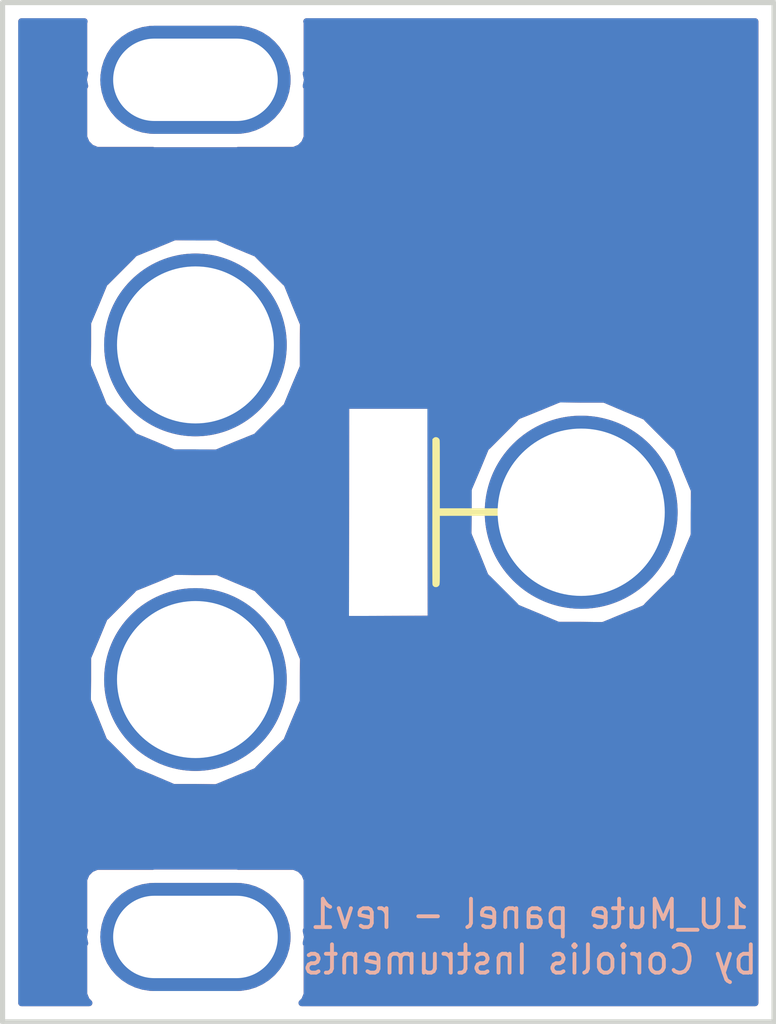
<source format=kicad_pcb>
(kicad_pcb (version 20171130) (host pcbnew "(5.0.0)")

  (general
    (thickness 1.6)
    (drawings 5)
    (tracks 0)
    (zones 0)
    (modules 6)
    (nets 1)
  )

  (page A4)
  (layers
    (0 F.Cu signal)
    (31 B.Cu signal)
    (32 B.Adhes user)
    (33 F.Adhes user)
    (34 B.Paste user)
    (35 F.Paste user)
    (36 B.SilkS user)
    (37 F.SilkS user)
    (38 B.Mask user)
    (39 F.Mask user)
    (40 Dwgs.User user)
    (41 Cmts.User user)
    (42 Eco1.User user)
    (43 Eco2.User user)
    (44 Edge.Cuts user)
    (45 Margin user)
    (46 B.CrtYd user)
    (47 F.CrtYd user)
    (48 B.Fab user)
    (49 F.Fab user)
  )

  (setup
    (last_trace_width 0.25)
    (trace_clearance 0.2)
    (zone_clearance 0.508)
    (zone_45_only no)
    (trace_min 0.2)
    (segment_width 0.2)
    (edge_width 0.15)
    (via_size 0.8)
    (via_drill 0.4)
    (via_min_size 0.4)
    (via_min_drill 0.3)
    (uvia_size 0.3)
    (uvia_drill 0.1)
    (uvias_allowed no)
    (uvia_min_size 0.2)
    (uvia_min_drill 0.1)
    (pcb_text_width 0.3)
    (pcb_text_size 1.5 1.5)
    (mod_edge_width 0.15)
    (mod_text_size 1 1)
    (mod_text_width 0.15)
    (pad_size 1.524 1.524)
    (pad_drill 0.762)
    (pad_to_mask_clearance 0.2)
    (aux_axis_origin 0 0)
    (visible_elements 7FFFFFFF)
    (pcbplotparams
      (layerselection 0x010fc_ffffffff)
      (usegerberextensions false)
      (usegerberattributes false)
      (usegerberadvancedattributes false)
      (creategerberjobfile false)
      (excludeedgelayer true)
      (linewidth 0.100000)
      (plotframeref false)
      (viasonmask false)
      (mode 1)
      (useauxorigin false)
      (hpglpennumber 1)
      (hpglpenspeed 20)
      (hpglpendiameter 15.000000)
      (psnegative false)
      (psa4output false)
      (plotreference true)
      (plotvalue true)
      (plotinvisibletext false)
      (padsonsilk false)
      (subtractmaskfromsilk false)
      (outputformat 1)
      (mirror false)
      (drillshape 0)
      (scaleselection 1)
      (outputdirectory "gerbers/"))
  )

  (net 0 "")

  (net_class Default "Dit is de standaard class."
    (clearance 0.2)
    (trace_width 0.25)
    (via_dia 0.8)
    (via_drill 0.4)
    (uvia_dia 0.3)
    (uvia_drill 0.1)
  )

  (module Coriolis-KiCad:art_panel_1umute (layer F.Cu) (tedit 5B788F70) (tstamp 5B8B258E)
    (at 17.75 13.28)
    (fp_text reference G*** (at 0 0) (layer F.SilkS) hide
      (effects (font (size 1.524 1.524) (thickness 0.3)))
    )
    (fp_text value LOGO (at 0.75 0) (layer F.SilkS) hide
      (effects (font (size 1.524 1.524) (thickness 0.3)))
    )
    (fp_poly (pts (xy 3.965005 -11.487624) (xy 3.982069 -11.467195) (xy 3.988606 -11.446036) (xy 3.987348 -11.414621)
      (xy 3.98696 -11.411092) (xy 3.985161 -11.392599) (xy 3.983176 -11.376926) (xy 3.979368 -11.363841)
      (xy 3.9721 -11.35311) (xy 3.959734 -11.344501) (xy 3.940635 -11.337783) (xy 3.913164 -11.332721)
      (xy 3.875684 -11.329085) (xy 3.826558 -11.32664) (xy 3.764149 -11.325155) (xy 3.68682 -11.324398)
      (xy 3.592933 -11.324135) (xy 3.480852 -11.324135) (xy 3.374911 -11.324167) (xy 2.815167 -11.324167)
      (xy 2.815167 -10.276417) (xy 3.683962 -10.276417) (xy 3.70994 -10.25044) (xy 3.72964 -10.221767)
      (xy 3.735889 -10.184582) (xy 3.735917 -10.181167) (xy 3.730533 -10.14295) (xy 3.711972 -10.113972)
      (xy 3.70994 -10.111894) (xy 3.683962 -10.085917) (xy 2.815167 -10.085917) (xy 2.815167 -9.04875)
      (xy 3.937962 -9.04875) (xy 3.965225 -9.021487) (xy 3.982157 -9.001151) (xy 3.988619 -8.979949)
      (xy 3.987314 -8.948387) (xy 3.98696 -8.945176) (xy 3.985466 -8.928266) (xy 3.984089 -8.913694)
      (xy 3.98135 -8.901288) (xy 3.97577 -8.890874) (xy 3.965871 -8.882279) (xy 3.950175 -8.87533)
      (xy 3.927204 -8.869852) (xy 3.895479 -8.865674) (xy 3.853521 -8.862621) (xy 3.799854 -8.860521)
      (xy 3.732997 -8.859201) (xy 3.651474 -8.858487) (xy 3.553804 -8.858205) (xy 3.438512 -8.858183)
      (xy 3.304117 -8.858247) (xy 3.245265 -8.858259) (xy 3.107585 -8.858272) (xy 2.989455 -8.85834)
      (xy 2.88926 -8.858514) (xy 2.805383 -8.858844) (xy 2.736208 -8.859379) (xy 2.68012 -8.86017)
      (xy 2.635502 -8.861265) (xy 2.600739 -8.862716) (xy 2.574214 -8.864571) (xy 2.55431 -8.866882)
      (xy 2.539413 -8.869697) (xy 2.527906 -8.873066) (xy 2.518173 -8.877041) (xy 2.510031 -8.880959)
      (xy 2.469462 -8.908959) (xy 2.436375 -8.945679) (xy 2.435948 -8.946321) (xy 2.407709 -8.988991)
      (xy 2.404927 -10.174124) (xy 2.402146 -11.359257) (xy 2.42473 -11.40591) (xy 2.455009 -11.449989)
      (xy 2.490232 -11.480969) (xy 2.533149 -11.509375) (xy 3.235335 -11.512242) (xy 3.937521 -11.515108)
      (xy 3.965005 -11.487624)) (layer F.Mask) (width 0.01))
    (fp_poly (pts (xy 2.187274 -11.489332) (xy 2.207704 -11.466424) (xy 2.215869 -11.438962) (xy 2.216727 -11.419417)
      (xy 2.213203 -11.385462) (xy 2.1997 -11.361489) (xy 2.187274 -11.349502) (xy 2.15782 -11.324167)
      (xy 1.439334 -11.324167) (xy 1.439101 -10.173229) (xy 1.439052 -9.992045) (xy 1.438969 -9.830814)
      (xy 1.438831 -9.688322) (xy 1.438618 -9.563355) (xy 1.438311 -9.454699) (xy 1.437888 -9.361141)
      (xy 1.437331 -9.281467) (xy 1.436618 -9.214464) (xy 1.43573 -9.158916) (xy 1.434646 -9.113611)
      (xy 1.433346 -9.077335) (xy 1.43181 -9.048873) (xy 1.430018 -9.027013) (xy 1.427949 -9.01054)
      (xy 1.425584 -8.998241) (xy 1.422902 -8.988901) (xy 1.419884 -8.981307) (xy 1.419269 -8.979958)
      (xy 1.388517 -8.931195) (xy 1.347939 -8.891676) (xy 1.308999 -8.869507) (xy 1.266755 -8.860449)
      (xy 1.21758 -8.859764) (xy 1.171595 -8.867054) (xy 1.148292 -8.875836) (xy 1.093971 -8.913491)
      (xy 1.055825 -8.961931) (xy 1.046586 -8.979958) (xy 1.043511 -8.987373) (xy 1.040775 -8.996333)
      (xy 1.038358 -9.008051) (xy 1.036241 -9.023742) (xy 1.034404 -9.044619) (xy 1.032825 -9.071895)
      (xy 1.031486 -9.106785) (xy 1.030366 -9.150501) (xy 1.029444 -9.204258) (xy 1.028702 -9.269269)
      (xy 1.028118 -9.346748) (xy 1.027673 -9.437908) (xy 1.027346 -9.543963) (xy 1.027118 -9.666127)
      (xy 1.026968 -9.805613) (xy 1.026876 -9.963635) (xy 1.026823 -10.141407) (xy 1.026816 -10.173229)
      (xy 1.026584 -11.324167) (xy 0.305955 -11.324167) (xy 0.279977 -11.350144) (xy 0.260277 -11.378817)
      (xy 0.254028 -11.416002) (xy 0.254 -11.419417) (xy 0.259384 -11.457634) (xy 0.277945 -11.486612)
      (xy 0.279977 -11.48869) (xy 0.305955 -11.514667) (xy 2.15782 -11.514667) (xy 2.187274 -11.489332)) (layer F.Mask) (width 0.01))
    (fp_poly (pts (xy -2.524315 -11.503794) (xy -2.472998 -11.47906) (xy -2.430121 -11.44089) (xy -2.399589 -11.390206)
      (xy -2.392299 -11.368817) (xy -2.390558 -11.351986) (xy -2.388962 -11.315684) (xy -2.387511 -11.261604)
      (xy -2.386206 -11.191442) (xy -2.385046 -11.106891) (xy -2.384031 -11.009648) (xy -2.383161 -10.901405)
      (xy -2.382436 -10.783858) (xy -2.381857 -10.658701) (xy -2.381422 -10.527628) (xy -2.381133 -10.392335)
      (xy -2.380989 -10.254515) (xy -2.380991 -10.115864) (xy -2.381137 -9.978076) (xy -2.381429 -9.842845)
      (xy -2.381866 -9.711865) (xy -2.382448 -9.586832) (xy -2.383175 -9.46944) (xy -2.384048 -9.361384)
      (xy -2.385066 -9.264357) (xy -2.386229 -9.180055) (xy -2.387537 -9.110173) (xy -2.38899 -9.056403)
      (xy -2.390588 -9.020442) (xy -2.392299 -9.0041) (xy -2.417261 -8.949594) (xy -2.455985 -8.907425)
      (xy -2.504613 -8.878199) (xy -2.559286 -8.862525) (xy -2.616146 -8.861013) (xy -2.671334 -8.874269)
      (xy -2.720991 -8.902904) (xy -2.760302 -8.946067) (xy -2.788708 -8.988986) (xy -2.794 -9.976659)
      (xy -2.799291 -10.964332) (xy -2.994588 -10.628312) (xy -3.048639 -10.535247) (xy -3.110218 -10.42911)
      (xy -3.176273 -10.315166) (xy -3.243755 -10.198678) (xy -3.309615 -10.084909) (xy -3.370802 -9.979124)
      (xy -3.40083 -9.927167) (xy -3.447864 -9.846098) (xy -3.492372 -9.770036) (xy -3.533079 -9.70111)
      (xy -3.568711 -9.641452) (xy -3.597992 -9.593193) (xy -3.619648 -9.558462) (xy -3.632403 -9.539391)
      (xy -3.634159 -9.537199) (xy -3.678904 -9.501586) (xy -3.732622 -9.480442) (xy -3.790447 -9.473669)
      (xy -3.847512 -9.481169) (xy -3.898951 -9.502843) (xy -3.939897 -9.538591) (xy -3.943634 -9.543491)
      (xy -3.952295 -9.557283) (xy -3.970595 -9.587917) (xy -3.99765 -9.633871) (xy -4.032576 -9.693623)
      (xy -4.074488 -9.765651) (xy -4.122501 -9.84843) (xy -4.175732 -9.940441) (xy -4.233295 -10.040159)
      (xy -4.294305 -10.146062) (xy -4.350459 -10.243713) (xy -4.736041 -10.914801) (xy -4.741333 -9.906755)
      (xy -4.746625 -8.89871) (xy -4.77161 -8.87848) (xy -4.808207 -8.860998) (xy -4.850143 -8.858804)
      (xy -4.889175 -8.871547) (xy -4.905856 -8.884227) (xy -4.931833 -8.910205) (xy -4.931833 -11.359817)
      (xy -4.909384 -11.40619) (xy -4.874144 -11.455727) (xy -4.824764 -11.49135) (xy -4.764907 -11.510598)
      (xy -4.751465 -11.512319) (xy -4.695729 -11.510354) (xy -4.642057 -11.495647) (xy -4.597973 -11.470617)
      (xy -4.58524 -11.458838) (xy -4.57673 -11.446221) (xy -4.558509 -11.416642) (xy -4.531398 -11.371503)
      (xy -4.496219 -11.312202) (xy -4.453791 -11.240141) (xy -4.404936 -11.156718) (xy -4.350474 -11.063334)
      (xy -4.291226 -10.961389) (xy -4.228013 -10.852283) (xy -4.161655 -10.737416) (xy -4.121644 -10.668)
      (xy -4.054057 -10.550734) (xy -3.989343 -10.43862) (xy -3.9283 -10.333035) (xy -3.871727 -10.235352)
      (xy -3.820424 -10.146944) (xy -3.775189 -10.069187) (xy -3.736821 -10.003455) (xy -3.706119 -9.951121)
      (xy -3.683883 -9.913561) (xy -3.670911 -9.892147) (xy -3.667898 -9.887612) (xy -3.663173 -9.889505)
      (xy -3.65337 -9.900957) (xy -3.637978 -9.922814) (xy -3.616487 -9.955923) (xy -3.588387 -10.00113)
      (xy -3.553167 -10.059282) (xy -3.510319 -10.131225) (xy -3.45933 -10.217804) (xy -3.399692 -10.319868)
      (xy -3.330893 -10.438261) (xy -3.252423 -10.573831) (xy -3.211796 -10.644175) (xy -3.143489 -10.762296)
      (xy -3.077643 -10.875739) (xy -3.015101 -10.983075) (xy -2.956705 -11.082878) (xy -2.903299 -11.173721)
      (xy -2.855725 -11.254176) (xy -2.814825 -11.322816) (xy -2.781443 -11.378215) (xy -2.756422 -11.418945)
      (xy -2.740603 -11.443579) (xy -2.735957 -11.449952) (xy -2.689895 -11.488172) (xy -2.636666 -11.509272)
      (xy -2.580172 -11.514172) (xy -2.524315 -11.503794)) (layer F.Mask) (width 0.01))
    (fp_poly (pts (xy -0.151776 -11.509002) (xy -0.105229 -11.489978) (xy -0.065856 -11.458744) (xy -0.05363 -11.446761)
      (xy -0.043019 -11.435022) (xy -0.033909 -11.422017) (xy -0.026186 -11.406236) (xy -0.019736 -11.38617)
      (xy -0.014443 -11.360307) (xy -0.010195 -11.327138) (xy -0.006876 -11.285153) (xy -0.004373 -11.232842)
      (xy -0.002571 -11.168693) (xy -0.001357 -11.091199) (xy -0.000615 -10.998847) (xy -0.000231 -10.890129)
      (xy -0.000092 -10.763533) (xy -0.000083 -10.617551) (xy -0.000087 -10.58935) (xy -0.000252 -10.461584)
      (xy -0.000702 -10.338687) (xy -0.001412 -10.222591) (xy -0.002356 -10.115232) (xy -0.003511 -10.018542)
      (xy -0.004852 -9.934455) (xy -0.006354 -9.864906) (xy -0.007992 -9.811827) (xy -0.009743 -9.777154)
      (xy -0.010521 -9.768417) (xy -0.03668 -9.620374) (xy -0.080159 -9.483902) (xy -0.141728 -9.357375)
      (xy -0.222159 -9.239167) (xy -0.306916 -9.143009) (xy -0.408011 -9.049502) (xy -0.511605 -8.974069)
      (xy -0.622596 -8.913753) (xy -0.745882 -8.865599) (xy -0.788458 -8.852356) (xy -0.870761 -8.834019)
      (xy -0.965854 -8.822435) (xy -1.066387 -8.817849) (xy -1.16501 -8.820507) (xy -1.254373 -8.830654)
      (xy -1.281588 -8.835908) (xy -1.42672 -8.878074) (xy -1.561877 -8.938423) (xy -1.68595 -9.015916)
      (xy -1.797826 -9.109515) (xy -1.896396 -9.218179) (xy -1.980547 -9.340871) (xy -2.049168 -9.476551)
      (xy -2.092151 -9.593792) (xy -2.121669 -9.689042) (xy -2.124883 -10.523555) (xy -2.128097 -11.358067)
      (xy -2.105225 -11.405315) (xy -2.070852 -11.45488) (xy -2.025572 -11.489279) (xy -1.973073 -11.508681)
      (xy -1.917038 -11.513256) (xy -1.861153 -11.50317) (xy -1.809104 -11.478592) (xy -1.764576 -11.439692)
      (xy -1.73198 -11.388263) (xy -1.729485 -11.375537) (xy -1.727192 -11.348409) (xy -1.725087 -11.306132)
      (xy -1.723155 -11.247958) (xy -1.72138 -11.17314) (xy -1.719746 -11.080929) (xy -1.71824 -10.970578)
      (xy -1.716846 -10.841339) (xy -1.715548 -10.692466) (xy -1.714332 -10.523209) (xy -1.714275 -10.514542)
      (xy -1.708758 -9.667875) (xy -1.679527 -9.573897) (xy -1.63143 -9.44514) (xy -1.572238 -9.331154)
      (xy -1.502852 -9.232876) (xy -1.424177 -9.151243) (xy -1.337113 -9.087191) (xy -1.242564 -9.041659)
      (xy -1.141905 -9.015656) (xy -1.042609 -9.010583) (xy -0.94535 -9.025529) (xy -0.851656 -9.059355)
      (xy -0.763057 -9.110917) (xy -0.681078 -9.179077) (xy -0.607249 -9.262692) (xy -0.543096 -9.360623)
      (xy -0.490149 -9.471727) (xy -0.474316 -9.514179) (xy -0.464683 -9.541946) (xy -0.456261 -9.567174)
      (xy -0.448957 -9.591435) (xy -0.44268 -9.616302) (xy -0.437336 -9.643346) (xy -0.432833 -9.674141)
      (xy -0.429081 -9.710257) (xy -0.425985 -9.753268) (xy -0.423454 -9.804745) (xy -0.421396 -9.86626)
      (xy -0.419718 -9.939387) (xy -0.418328 -10.025696) (xy -0.417134 -10.126761) (xy -0.416044 -10.244153)
      (xy -0.414965 -10.379444) (xy -0.413805 -10.534207) (xy -0.413709 -10.54708) (xy -0.407458 -11.383951)
      (xy -0.379052 -11.42686) (xy -0.338465 -11.470028) (xy -0.285077 -11.500085) (xy -0.224676 -11.514043)
      (xy -0.209014 -11.514667) (xy -0.151776 -11.509002)) (layer F.Mask) (width 0.01))
    (fp_poly (pts (xy 9.211043 -11.806174) (xy 9.240295 -11.792757) (xy 9.282011 -11.772337) (xy 9.333145 -11.746506)
      (xy 9.390651 -11.716854) (xy 9.451481 -11.684971) (xy 9.51259 -11.652447) (xy 9.570931 -11.620872)
      (xy 9.623458 -11.591836) (xy 9.667124 -11.566929) (xy 9.68375 -11.557084) (xy 9.81422 -11.476136)
      (xy 9.928224 -11.400092) (xy 10.029132 -11.326469) (xy 10.120315 -11.252784) (xy 10.205142 -11.176555)
      (xy 10.221633 -11.160794) (xy 10.308413 -11.06975) (xy 10.375444 -10.982748) (xy 10.423437 -10.898412)
      (xy 10.453102 -10.815363) (xy 10.465153 -10.732226) (xy 10.464791 -10.690135) (xy 10.459603 -10.637683)
      (xy 10.449504 -10.596663) (xy 10.432034 -10.557485) (xy 10.429615 -10.552983) (xy 10.391165 -10.497491)
      (xy 10.337201 -10.440831) (xy 10.272602 -10.387507) (xy 10.202249 -10.342023) (xy 10.199345 -10.340409)
      (xy 10.124716 -10.304683) (xy 10.032439 -10.269518) (xy 9.926029 -10.235864) (xy 9.809001 -10.20467)
      (xy 9.684871 -10.176885) (xy 9.557154 -10.153459) (xy 9.449012 -10.137761) (xy 9.346565 -10.124785)
      (xy 9.340906 -10.049789) (xy 9.339156 -10.018714) (xy 9.337171 -9.970243) (xy 9.335071 -9.908141)
      (xy 9.332974 -9.836174) (xy 9.331001 -9.758109) (xy 9.329494 -9.689042) (xy 9.326541 -9.553738)
      (xy 9.323252 -9.423199) (xy 9.319695 -9.299068) (xy 9.315938 -9.182988) (xy 9.312048 -9.076601)
      (xy 9.308096 -8.98155) (xy 9.304147 -8.899478) (xy 9.300272 -8.832027) (xy 9.296538 -8.780841)
      (xy 9.293013 -8.747562) (xy 9.28982 -8.733896) (xy 9.271099 -8.72324) (xy 9.256475 -8.72123)
      (xy 9.24085 -8.725936) (xy 9.209297 -8.73883) (xy 9.164788 -8.758573) (xy 9.110298 -8.783826)
      (xy 9.048799 -8.813252) (xy 9.011709 -8.831398) (xy 8.869858 -8.903185) (xy 8.745476 -8.970324)
      (xy 8.635864 -9.034603) (xy 8.538326 -9.097808) (xy 8.450164 -9.161727) (xy 8.368681 -9.228144)
      (xy 8.291181 -9.298848) (xy 8.260212 -9.329208) (xy 8.196343 -9.395618) (xy 8.147226 -9.453268)
      (xy 8.11045 -9.505792) (xy 8.083607 -9.556822) (xy 8.064286 -9.609989) (xy 8.057669 -9.6345)
      (xy 8.046727 -9.719313) (xy 8.047757 -9.727792) (xy 8.225259 -9.727792) (xy 8.227963 -9.665923)
      (xy 8.251344 -9.599549) (xy 8.266378 -9.57197) (xy 8.311949 -9.506877) (xy 8.374241 -9.435022)
      (xy 8.45082 -9.358648) (xy 8.53925 -9.28) (xy 8.637097 -9.20132) (xy 8.741925 -9.124851)
      (xy 8.779467 -9.099256) (xy 8.819537 -9.073103) (xy 8.868332 -9.042302) (xy 8.922763 -9.008691)
      (xy 8.979736 -8.974107) (xy 9.03616 -8.94039) (xy 9.088943 -8.909378) (xy 9.134995 -8.882908)
      (xy 9.171222 -8.862819) (xy 9.194534 -8.850948) (xy 9.201193 -8.848518) (xy 9.204533 -8.858168)
      (xy 9.206199 -8.885726) (xy 9.20612 -8.927992) (xy 9.204223 -8.981767) (xy 9.204183 -8.982604)
      (xy 9.202526 -9.021643) (xy 9.200438 -9.078942) (xy 9.198007 -9.151601) (xy 9.195324 -9.23672)
      (xy 9.192478 -9.331398) (xy 9.18956 -9.432736) (xy 9.18666 -9.537834) (xy 9.184707 -9.611328)
      (xy 9.171809 -10.105113) (xy 9.134092 -10.099999) (xy 8.958187 -10.073275) (xy 8.799824 -10.043244)
      (xy 8.659674 -10.01009) (xy 8.538407 -9.973993) (xy 8.436695 -9.935136) (xy 8.355206 -9.8937)
      (xy 8.340812 -9.884744) (xy 8.281722 -9.837365) (xy 8.243191 -9.784994) (xy 8.225259 -9.727792)
      (xy 8.047757 -9.727792) (xy 8.056587 -9.800416) (xy 8.08717 -9.877575) (xy 8.138397 -9.950554)
      (xy 8.176041 -9.98948) (xy 8.249968 -10.047386) (xy 8.343438 -10.100969) (xy 8.45677 -10.150367)
      (xy 8.590281 -10.195718) (xy 8.744287 -10.237159) (xy 8.752417 -10.239104) (xy 8.79515 -10.248526)
      (xy 8.848842 -10.259261) (xy 8.909019 -10.270538) (xy 8.971208 -10.281585) (xy 9.030935 -10.291629)
      (xy 9.083728 -10.299899) (xy 9.125113 -10.305622) (xy 9.150617 -10.308027) (xy 9.151971 -10.308055)
      (xy 9.154601 -10.311909) (xy 9.156789 -10.324261) (xy 9.157149 -10.328802) (xy 9.347364 -10.328802)
      (xy 9.38062 -10.334181) (xy 9.40383 -10.337941) (xy 9.442572 -10.344227) (xy 9.491486 -10.352166)
      (xy 9.545211 -10.360889) (xy 9.546173 -10.361046) (xy 9.680734 -10.386209) (xy 9.805682 -10.416152)
      (xy 9.919247 -10.450178) (xy 10.019658 -10.487586) (xy 10.105147 -10.527677) (xy 10.173943 -10.569752)
      (xy 10.224276 -10.613112) (xy 10.242777 -10.63625) (xy 10.257659 -10.662821) (xy 10.264042 -10.689969)
      (xy 10.263912 -10.727082) (xy 10.263461 -10.733978) (xy 10.259274 -10.768591) (xy 10.250262 -10.798379)
      (xy 10.233466 -10.830632) (xy 10.209019 -10.868129) (xy 10.144795 -10.949248) (xy 10.060137 -11.034616)
      (xy 9.955302 -11.124013) (xy 9.830544 -11.217216) (xy 9.726821 -11.287673) (xy 9.676084 -11.320161)
      (xy 9.621066 -11.354114) (xy 9.564669 -11.387884) (xy 9.509798 -11.419825) (xy 9.459355 -11.448287)
      (xy 9.416245 -11.471625) (xy 9.383371 -11.48819) (xy 9.363635 -11.496335) (xy 9.35921 -11.496269)
      (xy 9.358778 -11.484462) (xy 9.3582 -11.453439) (xy 9.357499 -11.40515) (xy 9.356697 -11.341545)
      (xy 9.355818 -11.264575) (xy 9.354883 -11.176188) (xy 9.353917 -11.078336) (xy 9.35294 -10.972968)
      (xy 9.352372 -10.908505) (xy 9.347364 -10.328802) (xy 9.157149 -10.328802) (xy 9.158545 -10.346363)
      (xy 9.159882 -10.379468) (xy 9.160808 -10.42483) (xy 9.161335 -10.483703) (xy 9.161473 -10.557339)
      (xy 9.161234 -10.646993) (xy 9.160627 -10.753917) (xy 9.159663 -10.879365) (xy 9.158353 -11.024591)
      (xy 9.158194 -11.041238) (xy 9.156849 -11.183946) (xy 9.155769 -11.306986) (xy 9.154975 -11.411857)
      (xy 9.154491 -11.500056) (xy 9.154339 -11.57308) (xy 9.154541 -11.632428) (xy 9.155121 -11.679598)
      (xy 9.1561 -11.716087) (xy 9.157501 -11.743393) (xy 9.159348 -11.763014) (xy 9.161661 -11.776447)
      (xy 9.164464 -11.785191) (xy 9.167779 -11.790743) (xy 9.1695 -11.792655) (xy 9.187184 -11.806854)
      (xy 9.197301 -11.811) (xy 9.211043 -11.806174)) (layer F.Mask) (width 0.01))
    (fp_poly (pts (xy -0.838787 3.619992) (xy -0.797803 3.647642) (xy -0.768484 3.686056) (xy -0.758107 3.715695)
      (xy -0.757264 3.730339) (xy -0.756452 3.764833) (xy -0.755677 3.81786) (xy -0.754945 3.888104)
      (xy -0.754265 3.974247) (xy -0.753641 4.074973) (xy -0.75308 4.188965) (xy -0.75259 4.314906)
      (xy -0.752176 4.45148) (xy -0.751845 4.59737) (xy -0.751604 4.751258) (xy -0.751459 4.911829)
      (xy -0.751416 5.060076) (xy -0.751416 6.371007) (xy 1.987021 6.373733) (xy 2.27157 6.374019)
      (xy 2.53572 6.374294) (xy 2.780239 6.374566) (xy 3.005893 6.374839) (xy 3.213451 6.37512)
      (xy 3.403679 6.375417) (xy 3.577345 6.375734) (xy 3.735217 6.376078) (xy 3.878063 6.376456)
      (xy 4.006649 6.376875) (xy 4.121743 6.377339) (xy 4.224113 6.377856) (xy 4.314525 6.378432)
      (xy 4.393749 6.379073) (xy 4.46255 6.379786) (xy 4.521698 6.380577) (xy 4.571958 6.381452)
      (xy 4.614098 6.382418) (xy 4.648887 6.38348) (xy 4.677091 6.384646) (xy 4.699478 6.385921)
      (xy 4.716815 6.387312) (xy 4.729871 6.388826) (xy 4.739412 6.390468) (xy 4.746205 6.392245)
      (xy 4.751019 6.394163) (xy 4.754621 6.396228) (xy 4.755104 6.396551) (xy 4.791746 6.433509)
      (xy 4.811561 6.483297) (xy 4.815417 6.524255) (xy 4.812584 6.558267) (xy 4.801209 6.584859)
      (xy 4.779189 6.612093) (xy 4.742961 6.651625) (xy 1.995772 6.654331) (xy -0.751416 6.657036)
      (xy -0.751433 7.982539) (xy -0.751449 8.17797) (xy -0.751501 8.353351) (xy -0.751605 8.509799)
      (xy -0.751776 8.64843) (xy -0.752029 8.770361) (xy -0.75238 8.876709) (xy -0.752842 8.968589)
      (xy -0.753433 9.04712) (xy -0.754166 9.113417) (xy -0.755058 9.168597) (xy -0.756123 9.213777)
      (xy -0.757376 9.250074) (xy -0.758832 9.278603) (xy -0.760508 9.300483) (xy -0.762417 9.316828)
      (xy -0.764576 9.328757) (xy -0.766999 9.337385) (xy -0.769701 9.34383) (xy -0.769954 9.344331)
      (xy -0.802341 9.387564) (xy -0.845185 9.415617) (xy -0.893934 9.426879) (xy -0.944037 9.419741)
      (xy -0.961797 9.41222) (xy -0.992004 9.390638) (xy -1.01639 9.363157) (xy -1.017354 9.361623)
      (xy -1.019381 9.357856) (xy -1.021264 9.352932) (xy -1.023007 9.346093) (xy -1.024615 9.336584)
      (xy -1.026091 9.323648) (xy -1.027441 9.306529) (xy -1.028669 9.28447) (xy -1.02978 9.256717)
      (xy -1.030778 9.222511) (xy -1.031668 9.181098) (xy -1.032454 9.131719) (xy -1.033141 9.073621)
      (xy -1.033733 9.006045) (xy -1.034236 8.928236) (xy -1.034653 8.839437) (xy -1.034988 8.738893)
      (xy -1.035248 8.625846) (xy -1.035436 8.499541) (xy -1.035556 8.359221) (xy -1.035613 8.20413)
      (xy -1.035613 8.033512) (xy -1.035558 7.846611) (xy -1.035455 7.642669) (xy -1.035306 7.420931)
      (xy -1.035118 7.180641) (xy -1.034895 6.921042) (xy -1.03464 6.641379) (xy -1.034515 6.506799)
      (xy -1.031875 3.684389) (xy -1.000726 3.651877) (xy -0.971867 3.628306) (xy -0.940354 3.611583)
      (xy -0.934581 3.609703) (xy -0.886143 3.606287) (xy -0.838787 3.619992)) (layer F.SilkS) (width 0.01))
    (fp_poly (pts (xy -4.187716 -0.12538) (xy -4.010002 -0.125296) (xy -3.847019 -0.125164) (xy -3.698124 -0.124982)
      (xy -3.562672 -0.124746) (xy -3.440022 -0.124456) (xy -3.329528 -0.124107) (xy -3.230547 -0.123698)
      (xy -3.142437 -0.123227) (xy -3.064553 -0.12269) (xy -2.996252 -0.122085) (xy -2.93689 -0.121409)
      (xy -2.885823 -0.120661) (xy -2.842409 -0.119837) (xy -2.806003 -0.118936) (xy -2.775963 -0.117954)
      (xy -2.751644 -0.116889) (xy -2.732403 -0.115739) (xy -2.717596 -0.114501) (xy -2.706581 -0.113173)
      (xy -2.698712 -0.111751) (xy -2.693348 -0.110235) (xy -2.691254 -0.10937) (xy -2.660523 -0.088567)
      (xy -2.635686 -0.061626) (xy -2.63404 -0.059056) (xy -2.631059 -0.053567) (xy -2.628391 -0.046649)
      (xy -2.626019 -0.037161) (xy -2.623927 -0.02396) (xy -2.622095 -0.005904) (xy -2.620507 0.018149)
      (xy -2.619146 0.049342) (xy -2.617993 0.088817) (xy -2.617032 0.137717) (xy -2.616245 0.197182)
      (xy -2.615615 0.268357) (xy -2.615124 0.352382) (xy -2.614755 0.450401) (xy -2.61449 0.563555)
      (xy -2.614312 0.692986) (xy -2.614203 0.839838) (xy -2.614147 1.005252) (xy -2.614125 1.190371)
      (xy -2.614123 1.245904) (xy -2.614083 2.518267) (xy -1.549979 2.524125) (xy -1.47961 2.558776)
      (xy -1.409182 2.603414) (xy -1.347261 2.661951) (xy -1.298749 2.729224) (xy -1.278685 2.770223)
      (xy -1.254125 2.831042) (xy -1.251013 6.477) (xy -1.250729 6.832159) (xy -1.250504 7.166594)
      (xy -1.250338 7.480748) (xy -1.250232 7.775065) (xy -1.250188 8.049988) (xy -1.250205 8.305959)
      (xy -1.250287 8.543421) (xy -1.250432 8.762818) (xy -1.250644 8.964593) (xy -1.250921 9.149188)
      (xy -1.251267 9.317046) (xy -1.251681 9.468611) (xy -1.252166 9.604326) (xy -1.252721 9.724633)
      (xy -1.253348 9.829976) (xy -1.254048 9.920797) (xy -1.254822 9.99754) (xy -1.255671 10.060647)
      (xy -1.256597 10.110562) (xy -1.2576 10.147728) (xy -1.258681 10.172588) (xy -1.259841 10.185584)
      (xy -1.259934 10.186105) (xy -1.286946 10.276235) (xy -1.330958 10.354813) (xy -1.390969 10.420324)
      (xy -1.43698 10.454484) (xy -1.459996 10.468776) (xy -1.481593 10.480817) (xy -1.503753 10.490799)
      (xy -1.528455 10.498916) (xy -1.55768 10.505359) (xy -1.593407 10.510323) (xy -1.637618 10.514)
      (xy -1.692292 10.516582) (xy -1.75941 10.518264) (xy -1.840952 10.519236) (xy -1.938898 10.519693)
      (xy -2.055229 10.519827) (xy -2.108004 10.519833) (xy -2.614083 10.519833) (xy -2.614083 13.056703)
      (xy -2.638213 13.09251) (xy -2.660557 13.119327) (xy -2.68455 13.139317) (xy -2.688484 13.141544)
      (xy -2.694677 13.142757) (xy -2.708684 13.143898) (xy -2.731058 13.14497) (xy -2.762349 13.145975)
      (xy -2.803107 13.146914) (xy -2.853884 13.14779) (xy -2.91523 13.148604) (xy -2.987697 13.149358)
      (xy -3.071835 13.150055) (xy -3.168194 13.150695) (xy -3.277327 13.151281) (xy -3.399782 13.151816)
      (xy -3.536112 13.1523) (xy -3.686868 13.152735) (xy -3.852599 13.153125) (xy -4.033857 13.153469)
      (xy -4.231193 13.153772) (xy -4.445157 13.154033) (xy -4.6763 13.154256) (xy -4.925173 13.154442)
      (xy -5.192328 13.154592) (xy -5.478314 13.15471) (xy -5.783682 13.154797) (xy -6.108984 13.154854)
      (xy -6.454771 13.154884) (xy -6.5405 13.154888) (xy -6.878699 13.154896) (xy -7.196379 13.154897)
      (xy -7.494188 13.154889) (xy -7.772774 13.154867) (xy -8.032784 13.154828) (xy -8.274867 13.154769)
      (xy -8.499671 13.154686) (xy -8.707842 13.154577) (xy -8.90003 13.154437) (xy -9.076882 13.154264)
      (xy -9.239045 13.154054) (xy -9.387168 13.153804) (xy -9.521899 13.15351) (xy -9.643884 13.153169)
      (xy -9.753773 13.152778) (xy -9.852213 13.152334) (xy -9.939852 13.151833) (xy -10.017337 13.151271)
      (xy -10.085316 13.150646) (xy -10.144438 13.149955) (xy -10.19535 13.149192) (xy -10.238701 13.148357)
      (xy -10.275137 13.147444) (xy -10.305306 13.146451) (xy -10.329857 13.145375) (xy -10.349438 13.144212)
      (xy -10.364695 13.142958) (xy -10.376278 13.141611) (xy -10.384834 13.140167) (xy -10.39101 13.138622)
      (xy -10.395455 13.136974) (xy -10.398816 13.135219) (xy -10.39917 13.135006) (xy -10.430405 13.105051)
      (xy -10.452602 13.062806) (xy -10.462316 13.016397) (xy -10.460713 12.989903) (xy -10.442576 12.94617)
      (xy -10.40873 12.909011) (xy -10.364609 12.884034) (xy -10.355181 12.881035) (xy -10.343977 12.879895)
      (xy -10.318584 12.878821) (xy -10.278656 12.87781) (xy -10.223847 12.876863) (xy -10.153813 12.875979)
      (xy -10.068208 12.875155) (xy -9.966687 12.874391) (xy -9.848903 12.873686) (xy -9.714512 12.873039)
      (xy -9.563168 12.872449) (xy -9.394526 12.871914) (xy -9.20824 12.871434) (xy -9.003965 12.871007)
      (xy -8.781355 12.870633) (xy -8.540065 12.870311) (xy -8.27975 12.870038) (xy -8.000064 12.869815)
      (xy -7.700662 12.869641) (xy -7.381198 12.869513) (xy -7.041326 12.869431) (xy -6.680702 12.869394)
      (xy -6.606646 12.869392) (xy -2.899833 12.869333) (xy -2.899833 10.520758) (xy -3.952875 10.514542)
      (xy -4.013757 10.48601) (xy -4.083515 10.443841) (xy -4.146497 10.387807) (xy -4.197135 10.323392)
      (xy -4.21879 10.284062) (xy -4.249208 10.218208) (xy -4.249952 9.2075) (xy -3.39725 9.2075)
      (xy -3.393991 9.23992) (xy -3.381173 9.265633) (xy -3.361266 9.287933) (xy -3.325283 9.323917)
      (xy -2.755371 9.323877) (xy -2.630685 9.323836) (xy -2.525406 9.323693) (xy -2.437773 9.32339)
      (xy -2.366025 9.322869) (xy -2.308403 9.322071) (xy -2.263146 9.320939) (xy -2.228494 9.319413)
      (xy -2.202686 9.317437) (xy -2.183962 9.314951) (xy -2.170563 9.311898) (xy -2.160727 9.30822)
      (xy -2.152865 9.303962) (xy -2.119199 9.272338) (xy -2.101203 9.23159) (xy -2.099475 9.187346)
      (xy -2.11461 9.145234) (xy -2.13355 9.12188) (xy -2.160693 9.096375) (xy -3.324757 9.090557)
      (xy -3.361003 9.126803) (xy -3.384684 9.154428) (xy -3.395226 9.180511) (xy -3.39725 9.2075)
      (xy -4.249952 9.2075) (xy -4.251922 6.535208) (xy -4.252166 6.203681) (xy -4.252389 5.892655)
      (xy -4.252589 5.601463) (xy -4.252762 5.329438) (xy -4.252906 5.075916) (xy -4.253017 4.840229)
      (xy -4.253091 4.621711) (xy -4.253126 4.419696) (xy -4.253123 4.328583) (xy -3.407833 4.328583)
      (xy -3.404575 4.361003) (xy -3.391757 4.386716) (xy -3.37185 4.409017) (xy -3.335866 4.445)
      (xy -2.878666 4.445) (xy -2.87865 4.659312) (xy -2.878409 4.734522) (xy -2.877543 4.791737)
      (xy -2.875818 4.834126) (xy -2.873001 4.864857) (xy -2.868858 4.887098) (xy -2.863156 4.904018)
      (xy -2.860129 4.910519) (xy -2.830735 4.949342) (xy -2.792701 4.970437) (xy -2.749784 4.97323)
      (xy -2.705744 4.95715) (xy -2.680074 4.937957) (xy -2.640541 4.901748) (xy -2.637143 4.673374)
      (xy -2.633744 4.445) (xy -2.414893 4.44496) (xy -2.340135 4.444772) (xy -2.283441 4.444076)
      (xy -2.241708 4.442625) (xy -2.211833 4.440174) (xy -2.190715 4.436477) (xy -2.175251 4.431289)
      (xy -2.163448 4.425045) (xy -2.129782 4.39342) (xy -2.111786 4.352667) (xy -2.110059 4.308417)
      (xy -2.125197 4.266299) (xy -2.144116 4.242963) (xy -2.153572 4.234628) (xy -2.1638 4.228295)
      (xy -2.177721 4.223641) (xy -2.198257 4.220342) (xy -2.228329 4.218074) (xy -2.270861 4.216512)
      (xy -2.328773 4.215334) (xy -2.403246 4.214239) (xy -2.63525 4.211021) (xy -2.63525 3.998881)
      (xy -2.635764 3.915101) (xy -2.637696 3.849754) (xy -2.641627 3.800122) (xy -2.64814 3.763488)
      (xy -2.657818 3.737135) (xy -2.671243 3.718344) (xy -2.688997 3.704399) (xy -2.699651 3.698409)
      (xy -2.741785 3.685247) (xy -2.785587 3.685338) (xy -2.82211 3.6986) (xy -2.823455 3.699517)
      (xy -2.840926 3.713413) (xy -2.854299 3.729422) (xy -2.864114 3.750422) (xy -2.870907 3.77929)
      (xy -2.875217 3.818903) (xy -2.877583 3.872137) (xy -2.878542 3.941869) (xy -2.878666 3.994683)
      (xy -2.878666 4.212167) (xy -3.335867 4.212167) (xy -3.37185 4.24815) (xy -3.395457 4.275782)
      (xy -3.405896 4.302055) (xy -3.407833 4.328583) (xy -4.253123 4.328583) (xy -4.253118 4.233518)
      (xy -4.253064 4.062511) (xy -4.252961 3.906008) (xy -4.252806 3.763343) (xy -4.252595 3.63385)
      (xy -4.252324 3.516862) (xy -4.251991 3.411714) (xy -4.251593 3.317739) (xy -4.251126 3.234271)
      (xy -4.250587 3.160644) (xy -4.249973 3.096191) (xy -4.24928 3.040247) (xy -4.248505 2.992144)
      (xy -4.247646 2.951217) (xy -4.246697 2.9168) (xy -4.245658 2.888226) (xy -4.244523 2.864829)
      (xy -4.243291 2.845943) (xy -4.241957 2.830901) (xy -4.240518 2.819038) (xy -4.238972 2.809687)
      (xy -4.237315 2.802182) (xy -4.235543 2.795857) (xy -4.233654 2.790045) (xy -4.233628 2.78997)
      (xy -4.196496 2.710956) (xy -4.143135 2.641366) (xy -4.076939 2.584531) (xy -4.001299 2.54378)
      (xy -3.972558 2.533732) (xy -3.956739 2.530147) (xy -3.934012 2.527152) (xy -3.902635 2.524701)
      (xy -3.860864 2.522749) (xy -3.806956 2.521248) (xy -3.739167 2.520153) (xy -3.655755 2.519416)
      (xy -3.554976 2.518993) (xy -3.435087 2.518837) (xy -3.411443 2.518833) (xy -2.899833 2.518833)
      (xy -2.899833 0.158838) (xy -10.370115 0.153458) (xy -10.399995 0.131609) (xy -10.424723 0.107191)
      (xy -10.446728 0.075531) (xy -10.449487 0.070294) (xy -10.463333 0.021788) (xy -10.456142 -0.025955)
      (xy -10.427855 -0.073234) (xy -10.419465 -0.082874) (xy -10.383877 -0.121708) (xy -6.556233 -0.124398)
      (xy -6.216979 -0.124631) (xy -5.898247 -0.12484) (xy -5.599395 -0.125021) (xy -5.31978 -0.125171)
      (xy -5.058756 -0.125289) (xy -4.815682 -0.125371) (xy -4.589913 -0.125415) (xy -4.380805 -0.125419)
      (xy -4.187716 -0.12538)) (layer F.Mask) (width 0.01))
  )

  (module Coriolis-KiCad:panel_slot (layer F.Cu) (tedit 5B77EBBE) (tstamp 5B783480)
    (at 7.5 36.3)
    (path /5B77F54C)
    (attr virtual)
    (fp_text reference MH1 (at -0.0254 2.667) (layer F.SilkS) hide
      (effects (font (size 1.27 1.27) (thickness 0.15)))
    )
    (fp_text value "M3 Rackmount" (at 0 -2.7432) (layer F.SilkS) hide
      (effects (font (size 1.27 1.27) (thickness 0.15)))
    )
    (pad "" np_thru_hole roundrect (at 0 0) (size 7.4 4.2) (drill oval 6.4 3.2) (layers *.Cu *.Mask) (roundrect_rratio 0.5))
  )

  (module Coriolis-KiCad:panel_slot (layer F.Cu) (tedit 5B77EBBE) (tstamp 5B783485)
    (at 7.5 3)
    (path /5B77F5C6)
    (attr virtual)
    (fp_text reference MH2 (at -0.0254 2.667) (layer F.SilkS) hide
      (effects (font (size 1.27 1.27) (thickness 0.15)))
    )
    (fp_text value "M3 Rackmount" (at 0 -2.7432) (layer F.SilkS) hide
      (effects (font (size 1.27 1.27) (thickness 0.15)))
    )
    (pad "" np_thru_hole roundrect (at 0 0) (size 7.4 4.2) (drill oval 6.4 3.2) (layers *.Cu *.Mask) (roundrect_rratio 0.5))
  )

  (module Coriolis-KiCad:panel_thonk_jack (layer F.Cu) (tedit 5B77EB7E) (tstamp 5B78348A)
    (at 7.5 13.3)
    (path /5B77F631)
    (attr virtual)
    (fp_text reference MH3 (at 5.8674 -1.5494) (layer F.SilkS) hide
      (effects (font (size 1.27 1.27) (thickness 0.15)))
    )
    (fp_text value Jack (at 5.6896 1.3208) (layer F.SilkS) hide
      (effects (font (size 1.27 1.27) (thickness 0.15)))
    )
    (pad "" np_thru_hole circle (at 0 0) (size 7.1 7.1) (drill 6.1) (layers *.Cu *.Mask))
  )

  (module Coriolis-KiCad:panel_thonk_jack (layer F.Cu) (tedit 5B77EB7E) (tstamp 5B78348F)
    (at 7.5 26.3)
    (path /5B77F683)
    (attr virtual)
    (fp_text reference MH4 (at 5.8674 -1.3) (layer F.SilkS) hide
      (effects (font (size 1.27 1.27) (thickness 0.15)))
    )
    (fp_text value Jack (at 5.6896 1.3208) (layer F.SilkS) hide
      (effects (font (size 1.27 1.27) (thickness 0.15)))
    )
    (pad "" np_thru_hole circle (at 0 0) (size 7.1 7.1) (drill 6.1) (layers *.Cu *.Mask))
  )

  (module Coriolis-KiCad:panel_0.25in_bushing (layer F.Cu) (tedit 5B79279F) (tstamp 5B793BA3)
    (at 22.5 19.8)
    (path /5B77F6E9)
    (attr virtual)
    (fp_text reference MH5 (at 6.5532 -1.3716) (layer F.SilkS) hide
      (effects (font (size 1.27 1.27) (thickness 0.15)))
    )
    (fp_text value "Switch(1/4in bush)" (at 6.1722 1.524) (layer F.SilkS) hide
      (effects (font (size 1.27 1.27) (thickness 0.15)))
    )
    (pad "" np_thru_hole circle (at 0 0) (size 7.5 7.5) (drill 6.5) (layers *.Cu *.Mask))
  )

  (gr_text "1U_Mute panel - rev1\nby Coriolis Instruments" (at 20.5 36.3) (layer B.SilkS)
    (effects (font (size 1.1 1) (thickness 0.15)) (justify mirror))
  )
  (gr_line (start 0 39.6) (end 0 0) (layer Edge.Cuts) (width 0.2))
  (gr_line (start 30 39.6) (end 0 39.6) (layer Edge.Cuts) (width 0.2))
  (gr_line (start 30 0) (end 30 39.6) (layer Edge.Cuts) (width 0.2))
  (gr_line (start 0 0) (end 30 0) (layer Edge.Cuts) (width 0.2))

  (zone (net 0) (net_name "") (layer F.Cu) (tstamp 5B8B2690) (hatch edge 0.508)
    (connect_pads (clearance 0.508))
    (min_thickness 0.254)
    (fill yes (arc_segments 16) (thermal_gap 0.508) (thermal_bridge_width 0.508))
    (polygon
      (pts
        (xy 0 0) (xy 30 0) (xy 30 39.6) (xy 0 39.6)
      )
    )
    (filled_polygon
      (pts
        (xy 3.165 0.77369) (xy 3.165 2.71425) (xy 3.202033 2.751283) (xy 3.15256 2.999999) (xy 3.15256 3.000001)
        (xy 3.202033 3.248717) (xy 3.165 3.28575) (xy 3.165 5.22631) (xy 3.261673 5.459699) (xy 3.440302 5.638327)
        (xy 3.673691 5.735) (xy 5.837455 5.735) (xy 5.9 5.747441) (xy 9.1 5.747441) (xy 9.162545 5.735)
        (xy 11.326309 5.735) (xy 11.559698 5.638327) (xy 11.738327 5.459699) (xy 11.835 5.22631) (xy 11.835 3.28575)
        (xy 11.797967 3.248717) (xy 11.84744 3.000001) (xy 11.84744 2.999999) (xy 11.797967 2.751283) (xy 11.835 2.71425)
        (xy 11.835 0.77369) (xy 11.818974 0.735) (xy 29.265 0.735) (xy 29.265001 38.865) (xy 11.633025 38.865)
        (xy 11.738327 38.759699) (xy 11.835 38.52631) (xy 11.835 36.58575) (xy 11.797967 36.548717) (xy 11.84744 36.300001)
        (xy 11.84744 36.299999) (xy 11.797967 36.051283) (xy 11.835 36.01425) (xy 11.835 34.07369) (xy 11.738327 33.840301)
        (xy 11.559698 33.661673) (xy 11.326309 33.565) (xy 9.162545 33.565) (xy 9.1 33.552559) (xy 5.9 33.552559)
        (xy 5.837455 33.565) (xy 3.673691 33.565) (xy 3.440302 33.661673) (xy 3.261673 33.840301) (xy 3.165 34.07369)
        (xy 3.165 36.01425) (xy 3.202033 36.051283) (xy 3.15256 36.299999) (xy 3.15256 36.300001) (xy 3.202033 36.548717)
        (xy 3.165 36.58575) (xy 3.165 38.52631) (xy 3.261673 38.759699) (xy 3.366975 38.865) (xy 0.735 38.865)
        (xy 0.735 27.092645) (xy 3.307279 27.092645) (xy 3.315 27.111798) (xy 3.315 27.132448) (xy 3.625959 27.883171)
        (xy 3.929763 28.636793) (xy 3.95175 28.669698) (xy 3.952128 28.670612) (xy 3.952827 28.671311) (xy 3.974814 28.704217)
        (xy 4.022313 28.740797) (xy 5.059203 29.777687) (xy 5.095783 29.825186) (xy 5.114785 29.833269) (xy 5.129388 29.847872)
        (xy 5.880103 30.158828) (xy 6.627823 30.476901) (xy 6.648473 30.477097) (xy 6.667552 30.485) (xy 7.480123 30.485)
        (xy 8.292645 30.492721) (xy 8.311798 30.485) (xy 8.332448 30.485) (xy 9.083171 30.174041) (xy 9.836793 29.870237)
        (xy 9.869698 29.84825) (xy 9.870612 29.847872) (xy 9.871311 29.847173) (xy 9.904217 29.825186) (xy 9.940797 29.777687)
        (xy 10.977687 28.740797) (xy 11.025186 28.704217) (xy 11.033269 28.685215) (xy 11.047872 28.670612) (xy 11.358828 27.919897)
        (xy 11.676901 27.172177) (xy 11.677097 27.151527) (xy 11.685 27.132448) (xy 11.685 26.319877) (xy 11.692721 25.507355)
        (xy 11.685 25.488202) (xy 11.685 25.467552) (xy 11.374041 24.716829) (xy 11.070237 23.963207) (xy 11.04825 23.930302)
        (xy 11.047872 23.929388) (xy 11.047173 23.928689) (xy 11.025186 23.895783) (xy 10.977687 23.859203) (xy 10.948326 23.829842)
        (xy 13.343 23.829842) (xy 13.352827 23.878984) (xy 13.380491 23.920096) (xy 13.421783 23.947491) (xy 13.470415 23.956999)
        (xy 16.530415 23.946999) (xy 16.578747 23.937272) (xy 16.619914 23.909691) (xy 16.647393 23.868455) (xy 16.657 23.819842)
        (xy 16.653026 20.624558) (xy 18.105786 20.624558) (xy 18.115 20.647504) (xy 18.115 20.672231) (xy 18.439662 21.456033)
        (xy 18.75582 22.243385) (xy 18.782061 22.282657) (xy 18.782577 22.283903) (xy 18.78353 22.284856) (xy 18.809771 22.324128)
        (xy 18.870439 22.371765) (xy 19.928235 23.429561) (xy 19.975872 23.490229) (xy 19.998614 23.49994) (xy 20.016097 23.517423)
        (xy 20.799907 23.842088) (xy 21.580199 24.175269) (xy 21.604925 24.175538) (xy 21.627769 24.185) (xy 22.47618 24.185)
        (xy 23.324558 24.194214) (xy 23.347504 24.185) (xy 23.372231 24.185) (xy 24.156033 23.860338) (xy 24.943385 23.54418)
        (xy 24.982657 23.517939) (xy 24.983903 23.517423) (xy 24.984856 23.51647) (xy 25.024128 23.490229) (xy 25.071765 23.429561)
        (xy 26.129561 22.371765) (xy 26.190229 22.324128) (xy 26.19994 22.301386) (xy 26.217423 22.283903) (xy 26.542088 21.500093)
        (xy 26.875269 20.719801) (xy 26.875538 20.695075) (xy 26.885 20.672231) (xy 26.885 19.82382) (xy 26.894214 18.975442)
        (xy 26.885 18.952496) (xy 26.885 18.927769) (xy 26.560338 18.143967) (xy 26.24418 17.356615) (xy 26.217939 17.317343)
        (xy 26.217423 17.316097) (xy 26.21647 17.315144) (xy 26.190229 17.275872) (xy 26.129561 17.228235) (xy 25.071765 16.170439)
        (xy 25.024128 16.109771) (xy 25.001386 16.10006) (xy 24.983903 16.082577) (xy 24.200093 15.757912) (xy 23.419801 15.424731)
        (xy 23.395075 15.424462) (xy 23.372231 15.415) (xy 22.52382 15.415) (xy 21.675442 15.405786) (xy 21.652496 15.415)
        (xy 21.627769 15.415) (xy 20.843967 15.739662) (xy 20.056615 16.05582) (xy 20.017343 16.082061) (xy 20.016097 16.082577)
        (xy 20.015144 16.08353) (xy 19.975872 16.109771) (xy 19.928235 16.170439) (xy 18.870439 17.228235) (xy 18.809771 17.275872)
        (xy 18.80006 17.298614) (xy 18.782577 17.316097) (xy 18.457912 18.099907) (xy 18.124731 18.880199) (xy 18.124462 18.904925)
        (xy 18.115 18.927769) (xy 18.115 19.77618) (xy 18.105786 20.624558) (xy 16.653026 20.624558) (xy 16.647 15.779842)
        (xy 16.637333 15.731399) (xy 16.609803 15.690197) (xy 16.568601 15.662667) (xy 16.52 15.653) (xy 13.48 15.653)
        (xy 13.431545 15.662607) (xy 13.390309 15.690086) (xy 13.362728 15.731253) (xy 13.353 15.779842) (xy 13.343 23.829842)
        (xy 10.948326 23.829842) (xy 9.940797 22.822313) (xy 9.904217 22.774814) (xy 9.885215 22.766731) (xy 9.870612 22.752128)
        (xy 9.119897 22.441172) (xy 8.372177 22.123099) (xy 8.351527 22.122903) (xy 8.332448 22.115) (xy 7.519877 22.115)
        (xy 6.707355 22.107279) (xy 6.688202 22.115) (xy 6.667552 22.115) (xy 5.916829 22.425959) (xy 5.163207 22.729763)
        (xy 5.130302 22.75175) (xy 5.129388 22.752128) (xy 5.128689 22.752827) (xy 5.095783 22.774814) (xy 5.059203 22.822313)
        (xy 4.022313 23.859203) (xy 3.974814 23.895783) (xy 3.966731 23.914785) (xy 3.952128 23.929388) (xy 3.641172 24.680103)
        (xy 3.323099 25.427823) (xy 3.322903 25.448473) (xy 3.315 25.467552) (xy 3.315 26.280123) (xy 3.307279 27.092645)
        (xy 0.735 27.092645) (xy 0.735 14.092645) (xy 3.307279 14.092645) (xy 3.315 14.111798) (xy 3.315 14.132448)
        (xy 3.625959 14.883171) (xy 3.929763 15.636793) (xy 3.95175 15.669698) (xy 3.952128 15.670612) (xy 3.952827 15.671311)
        (xy 3.974814 15.704217) (xy 4.022313 15.740797) (xy 5.059203 16.777687) (xy 5.095783 16.825186) (xy 5.114785 16.833269)
        (xy 5.129388 16.847872) (xy 5.880103 17.158828) (xy 6.627823 17.476901) (xy 6.648473 17.477097) (xy 6.667552 17.485)
        (xy 7.480123 17.485) (xy 8.292645 17.492721) (xy 8.311798 17.485) (xy 8.332448 17.485) (xy 9.083171 17.174041)
        (xy 9.836793 16.870237) (xy 9.869698 16.84825) (xy 9.870612 16.847872) (xy 9.871311 16.847173) (xy 9.904217 16.825186)
        (xy 9.940797 16.777687) (xy 10.977687 15.740797) (xy 11.025186 15.704217) (xy 11.033269 15.685215) (xy 11.047872 15.670612)
        (xy 11.358828 14.919897) (xy 11.676901 14.172177) (xy 11.677097 14.151527) (xy 11.685 14.132448) (xy 11.685 13.319877)
        (xy 11.692721 12.507355) (xy 11.685 12.488202) (xy 11.685 12.467552) (xy 11.374041 11.716829) (xy 11.070237 10.963207)
        (xy 11.04825 10.930302) (xy 11.047872 10.929388) (xy 11.047173 10.928689) (xy 11.025186 10.895783) (xy 10.977687 10.859203)
        (xy 9.940797 9.822313) (xy 9.904217 9.774814) (xy 9.885215 9.766731) (xy 9.870612 9.752128) (xy 9.119897 9.441172)
        (xy 8.372177 9.123099) (xy 8.351527 9.122903) (xy 8.332448 9.115) (xy 7.519877 9.115) (xy 6.707355 9.107279)
        (xy 6.688202 9.115) (xy 6.667552 9.115) (xy 5.916829 9.425959) (xy 5.163207 9.729763) (xy 5.130302 9.75175)
        (xy 5.129388 9.752128) (xy 5.128689 9.752827) (xy 5.095783 9.774814) (xy 5.059203 9.822313) (xy 4.022313 10.859203)
        (xy 3.974814 10.895783) (xy 3.966731 10.914785) (xy 3.952128 10.929388) (xy 3.641172 11.680103) (xy 3.323099 12.427823)
        (xy 3.322903 12.448473) (xy 3.315 12.467552) (xy 3.315 13.280123) (xy 3.307279 14.092645) (xy 0.735 14.092645)
        (xy 0.735 0.735) (xy 3.181026 0.735)
      )
    )
  )
  (zone (net 0) (net_name "") (layer B.Cu) (tstamp 5B8B268D) (hatch edge 0.508)
    (connect_pads (clearance 0.508))
    (min_thickness 0.254)
    (fill yes (arc_segments 16) (thermal_gap 0.508) (thermal_bridge_width 0.508))
    (polygon
      (pts
        (xy 0 0) (xy 30 0) (xy 30 39.6) (xy 0 39.6)
      )
    )
    (filled_polygon
      (pts
        (xy 3.165 0.77369) (xy 3.165 2.71425) (xy 3.202033 2.751283) (xy 3.15256 2.999999) (xy 3.15256 3.000001)
        (xy 3.202033 3.248717) (xy 3.165 3.28575) (xy 3.165 5.22631) (xy 3.261673 5.459699) (xy 3.440302 5.638327)
        (xy 3.673691 5.735) (xy 5.837455 5.735) (xy 5.9 5.747441) (xy 9.1 5.747441) (xy 9.162545 5.735)
        (xy 11.326309 5.735) (xy 11.559698 5.638327) (xy 11.738327 5.459699) (xy 11.835 5.22631) (xy 11.835 3.28575)
        (xy 11.797967 3.248717) (xy 11.84744 3.000001) (xy 11.84744 2.999999) (xy 11.797967 2.751283) (xy 11.835 2.71425)
        (xy 11.835 0.77369) (xy 11.818974 0.735) (xy 29.265 0.735) (xy 29.265001 38.865) (xy 11.633025 38.865)
        (xy 11.738327 38.759699) (xy 11.835 38.52631) (xy 11.835 36.58575) (xy 11.797967 36.548717) (xy 11.84744 36.300001)
        (xy 11.84744 36.299999) (xy 11.797967 36.051283) (xy 11.835 36.01425) (xy 11.835 34.07369) (xy 11.738327 33.840301)
        (xy 11.559698 33.661673) (xy 11.326309 33.565) (xy 9.162545 33.565) (xy 9.1 33.552559) (xy 5.9 33.552559)
        (xy 5.837455 33.565) (xy 3.673691 33.565) (xy 3.440302 33.661673) (xy 3.261673 33.840301) (xy 3.165 34.07369)
        (xy 3.165 36.01425) (xy 3.202033 36.051283) (xy 3.15256 36.299999) (xy 3.15256 36.300001) (xy 3.202033 36.548717)
        (xy 3.165 36.58575) (xy 3.165 38.52631) (xy 3.261673 38.759699) (xy 3.366975 38.865) (xy 0.735 38.865)
        (xy 0.735 27.092645) (xy 3.307279 27.092645) (xy 3.315 27.111798) (xy 3.315 27.132448) (xy 3.625959 27.883171)
        (xy 3.929763 28.636793) (xy 3.95175 28.669698) (xy 3.952128 28.670612) (xy 3.952827 28.671311) (xy 3.974814 28.704217)
        (xy 4.022313 28.740797) (xy 5.059203 29.777687) (xy 5.095783 29.825186) (xy 5.114785 29.833269) (xy 5.129388 29.847872)
        (xy 5.880103 30.158828) (xy 6.627823 30.476901) (xy 6.648473 30.477097) (xy 6.667552 30.485) (xy 7.480123 30.485)
        (xy 8.292645 30.492721) (xy 8.311798 30.485) (xy 8.332448 30.485) (xy 9.083171 30.174041) (xy 9.836793 29.870237)
        (xy 9.869698 29.84825) (xy 9.870612 29.847872) (xy 9.871311 29.847173) (xy 9.904217 29.825186) (xy 9.940797 29.777687)
        (xy 10.977687 28.740797) (xy 11.025186 28.704217) (xy 11.033269 28.685215) (xy 11.047872 28.670612) (xy 11.358828 27.919897)
        (xy 11.676901 27.172177) (xy 11.677097 27.151527) (xy 11.685 27.132448) (xy 11.685 26.319877) (xy 11.692721 25.507355)
        (xy 11.685 25.488202) (xy 11.685 25.467552) (xy 11.374041 24.716829) (xy 11.070237 23.963207) (xy 11.04825 23.930302)
        (xy 11.047872 23.929388) (xy 11.047173 23.928689) (xy 11.025186 23.895783) (xy 10.977687 23.859203) (xy 10.948326 23.829842)
        (xy 13.343 23.829842) (xy 13.352827 23.878984) (xy 13.380491 23.920096) (xy 13.421783 23.947491) (xy 13.470415 23.956999)
        (xy 16.530415 23.946999) (xy 16.578747 23.937272) (xy 16.619914 23.909691) (xy 16.647393 23.868455) (xy 16.657 23.819842)
        (xy 16.653026 20.624558) (xy 18.105786 20.624558) (xy 18.115 20.647504) (xy 18.115 20.672231) (xy 18.439662 21.456033)
        (xy 18.75582 22.243385) (xy 18.782061 22.282657) (xy 18.782577 22.283903) (xy 18.78353 22.284856) (xy 18.809771 22.324128)
        (xy 18.870439 22.371765) (xy 19.928235 23.429561) (xy 19.975872 23.490229) (xy 19.998614 23.49994) (xy 20.016097 23.517423)
        (xy 20.799907 23.842088) (xy 21.580199 24.175269) (xy 21.604925 24.175538) (xy 21.627769 24.185) (xy 22.47618 24.185)
        (xy 23.324558 24.194214) (xy 23.347504 24.185) (xy 23.372231 24.185) (xy 24.156033 23.860338) (xy 24.943385 23.54418)
        (xy 24.982657 23.517939) (xy 24.983903 23.517423) (xy 24.984856 23.51647) (xy 25.024128 23.490229) (xy 25.071765 23.429561)
        (xy 26.129561 22.371765) (xy 26.190229 22.324128) (xy 26.19994 22.301386) (xy 26.217423 22.283903) (xy 26.542088 21.500093)
        (xy 26.875269 20.719801) (xy 26.875538 20.695075) (xy 26.885 20.672231) (xy 26.885 19.82382) (xy 26.894214 18.975442)
        (xy 26.885 18.952496) (xy 26.885 18.927769) (xy 26.560338 18.143967) (xy 26.24418 17.356615) (xy 26.217939 17.317343)
        (xy 26.217423 17.316097) (xy 26.21647 17.315144) (xy 26.190229 17.275872) (xy 26.129561 17.228235) (xy 25.071765 16.170439)
        (xy 25.024128 16.109771) (xy 25.001386 16.10006) (xy 24.983903 16.082577) (xy 24.200093 15.757912) (xy 23.419801 15.424731)
        (xy 23.395075 15.424462) (xy 23.372231 15.415) (xy 22.52382 15.415) (xy 21.675442 15.405786) (xy 21.652496 15.415)
        (xy 21.627769 15.415) (xy 20.843967 15.739662) (xy 20.056615 16.05582) (xy 20.017343 16.082061) (xy 20.016097 16.082577)
        (xy 20.015144 16.08353) (xy 19.975872 16.109771) (xy 19.928235 16.170439) (xy 18.870439 17.228235) (xy 18.809771 17.275872)
        (xy 18.80006 17.298614) (xy 18.782577 17.316097) (xy 18.457912 18.099907) (xy 18.124731 18.880199) (xy 18.124462 18.904925)
        (xy 18.115 18.927769) (xy 18.115 19.77618) (xy 18.105786 20.624558) (xy 16.653026 20.624558) (xy 16.647 15.779842)
        (xy 16.637333 15.731399) (xy 16.609803 15.690197) (xy 16.568601 15.662667) (xy 16.52 15.653) (xy 13.48 15.653)
        (xy 13.431545 15.662607) (xy 13.390309 15.690086) (xy 13.362728 15.731253) (xy 13.353 15.779842) (xy 13.343 23.829842)
        (xy 10.948326 23.829842) (xy 9.940797 22.822313) (xy 9.904217 22.774814) (xy 9.885215 22.766731) (xy 9.870612 22.752128)
        (xy 9.119897 22.441172) (xy 8.372177 22.123099) (xy 8.351527 22.122903) (xy 8.332448 22.115) (xy 7.519877 22.115)
        (xy 6.707355 22.107279) (xy 6.688202 22.115) (xy 6.667552 22.115) (xy 5.916829 22.425959) (xy 5.163207 22.729763)
        (xy 5.130302 22.75175) (xy 5.129388 22.752128) (xy 5.128689 22.752827) (xy 5.095783 22.774814) (xy 5.059203 22.822313)
        (xy 4.022313 23.859203) (xy 3.974814 23.895783) (xy 3.966731 23.914785) (xy 3.952128 23.929388) (xy 3.641172 24.680103)
        (xy 3.323099 25.427823) (xy 3.322903 25.448473) (xy 3.315 25.467552) (xy 3.315 26.280123) (xy 3.307279 27.092645)
        (xy 0.735 27.092645) (xy 0.735 14.092645) (xy 3.307279 14.092645) (xy 3.315 14.111798) (xy 3.315 14.132448)
        (xy 3.625959 14.883171) (xy 3.929763 15.636793) (xy 3.95175 15.669698) (xy 3.952128 15.670612) (xy 3.952827 15.671311)
        (xy 3.974814 15.704217) (xy 4.022313 15.740797) (xy 5.059203 16.777687) (xy 5.095783 16.825186) (xy 5.114785 16.833269)
        (xy 5.129388 16.847872) (xy 5.880103 17.158828) (xy 6.627823 17.476901) (xy 6.648473 17.477097) (xy 6.667552 17.485)
        (xy 7.480123 17.485) (xy 8.292645 17.492721) (xy 8.311798 17.485) (xy 8.332448 17.485) (xy 9.083171 17.174041)
        (xy 9.836793 16.870237) (xy 9.869698 16.84825) (xy 9.870612 16.847872) (xy 9.871311 16.847173) (xy 9.904217 16.825186)
        (xy 9.940797 16.777687) (xy 10.977687 15.740797) (xy 11.025186 15.704217) (xy 11.033269 15.685215) (xy 11.047872 15.670612)
        (xy 11.358828 14.919897) (xy 11.676901 14.172177) (xy 11.677097 14.151527) (xy 11.685 14.132448) (xy 11.685 13.319877)
        (xy 11.692721 12.507355) (xy 11.685 12.488202) (xy 11.685 12.467552) (xy 11.374041 11.716829) (xy 11.070237 10.963207)
        (xy 11.04825 10.930302) (xy 11.047872 10.929388) (xy 11.047173 10.928689) (xy 11.025186 10.895783) (xy 10.977687 10.859203)
        (xy 9.940797 9.822313) (xy 9.904217 9.774814) (xy 9.885215 9.766731) (xy 9.870612 9.752128) (xy 9.119897 9.441172)
        (xy 8.372177 9.123099) (xy 8.351527 9.122903) (xy 8.332448 9.115) (xy 7.519877 9.115) (xy 6.707355 9.107279)
        (xy 6.688202 9.115) (xy 6.667552 9.115) (xy 5.916829 9.425959) (xy 5.163207 9.729763) (xy 5.130302 9.75175)
        (xy 5.129388 9.752128) (xy 5.128689 9.752827) (xy 5.095783 9.774814) (xy 5.059203 9.822313) (xy 4.022313 10.859203)
        (xy 3.974814 10.895783) (xy 3.966731 10.914785) (xy 3.952128 10.929388) (xy 3.641172 11.680103) (xy 3.323099 12.427823)
        (xy 3.322903 12.448473) (xy 3.315 12.467552) (xy 3.315 13.280123) (xy 3.307279 14.092645) (xy 0.735 14.092645)
        (xy 0.735 0.735) (xy 3.181026 0.735)
      )
    )
  )
  (zone (net 0) (net_name "") (layers F&B.Cu) (tstamp 0) (hatch edge 0.508)
    (connect_pads (clearance 0.508))
    (min_thickness 0.254)
    (keepout (tracks not_allowed) (vias not_allowed) (copperpour not_allowed))
    (fill (arc_segments 16) (thermal_gap 0.508) (thermal_bridge_width 0.508))
    (polygon
      (pts
        (xy 15 15.78) (xy 16.52 15.78) (xy 16.53 23.82) (xy 13.47 23.83) (xy 13.48 15.78)
      )
    )
  )
)

</source>
